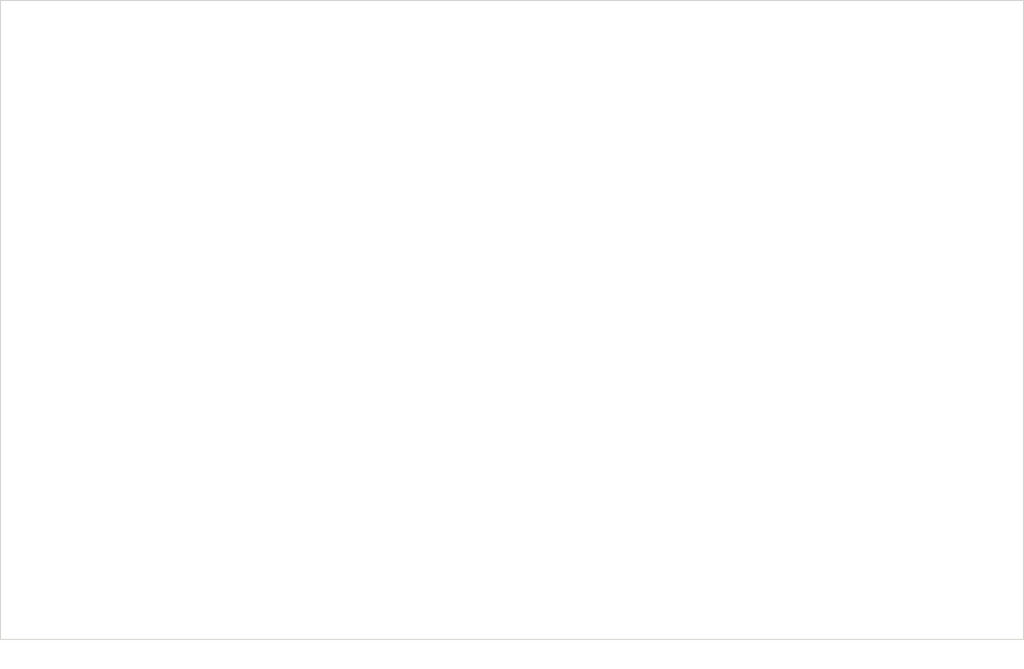
<source format=kicad_pcb>
(kicad_pcb (version 20211014) (generator pcbnew)
  (layers (0 "F.Cu" signal) (31 "B.Cu" signal) (34 "B.Paste" user) (35 "F.Paste" user) (36 "B.SilkS" user "B.Silkscreen") (37 "F.SilkS" user "F.Silkscreen") (38 "B.Mask" user) (39 "F.Mask" user) (44 "Edge.Cuts" user))
  (net 0 "")
  (footprint "MountingHole:MountingHole_2.7mm_M2.5_DIN965" (layer "F.Cu") (at 212.24 139.45)
    (fp_text reference "MH4" hide)
    (fp_text value "MountingHole_2.7mm_M2.5_DIN965" hide)
    (pad "" np_thru_hole circle locked (at 0 0) (size 2.7 2.7) (drill 2.7) (layers *.Cu *.Mask))
  )
  (footprint "MountingHole:MountingHole_2.7mm_M2.5_DIN965" (layer "F.Cu") (at 58.57 50.55)
    (fp_text reference "MH1" hide)
    (fp_text value "MountingHole_2.7mm_M2.5_DIN965" hide)
    (pad "" np_thru_hole circle locked (at 0 0) (size 2.7 2.7) (drill 2.7) (layers *.Cu *.Mask))
  )
  (footprint "MountingHole:MountingHole_2.7mm_M2.5_DIN965" (layer "F.Cu") (at 58.57 139.45)
    (fp_text reference "MH2" hide)
    (fp_text value "MountingHole_2.7mm_M2.5_DIN965" hide)
    (pad "" np_thru_hole circle locked (at 0 0) (size 2.7 2.7) (drill 2.7) (layers *.Cu *.Mask))
  )
  (footprint "MountingHole:MountingHole_2.7mm_M2.5_DIN965" (layer "F.Cu") (at 212.24 50.55)
    (fp_text reference "MH3" hide)
    (fp_text value "MountingHole_2.7mm_M2.5_DIN965" hide)
    (pad "" np_thru_hole circle locked (at 0 0) (size 2.7 2.7) (drill 2.7) (layers *.Cu *.Mask))
  )
  (gr_rect locked (start 55 145) (end 215 45) (layer "Edge.Cuts") (width 0.15) (fill none))
)
</source>
